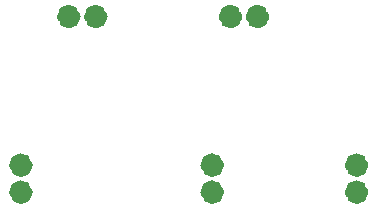
<source format=gbr>
%TF.GenerationSoftware,Altium Limited,Altium Designer,24.4.1 (13)*%
G04 Layer_Color=16711935*
%FSLAX45Y45*%
%MOMM*%
%TF.SameCoordinates,7B1AB626-E082-4622-BD47-E970353866B2*%
%TF.FilePolarity,Negative*%
%TF.FileFunction,Soldermask,Bot*%
%TF.Part,Single*%
G01*
G75*
%TA.AperFunction,NonConductor*%
%ADD21C,1.00000*%
D21*
X6755190Y10741789D02*
G03*
X6755190Y10741789I-50000J0D01*
G01*
Y10513189D02*
G03*
X6755190Y10513189I-50000J0D01*
G01*
X9598412Y10741789D02*
G03*
X9598412Y10741789I-50000J0D01*
G01*
Y10513189D02*
G03*
X9598412Y10513189I-50000J0D01*
G01*
X8375374D02*
G03*
X8375374Y10513189I-50000J0D01*
G01*
Y10741789D02*
G03*
X8375374Y10741789I-50000J0D01*
G01*
X8758623Y12000315D02*
G03*
X8758623Y12000315I-50000J0D01*
G01*
X8530023D02*
G03*
X8530023Y12000315I-50000J0D01*
G01*
X7389500D02*
G03*
X7389500Y12000315I-50000J0D01*
G01*
X7160900D02*
G03*
X7160900Y12000315I-50000J0D01*
G01*
%TF.MD5,c52279f42a0881dc61380c5082b1e6a3*%
M02*

</source>
